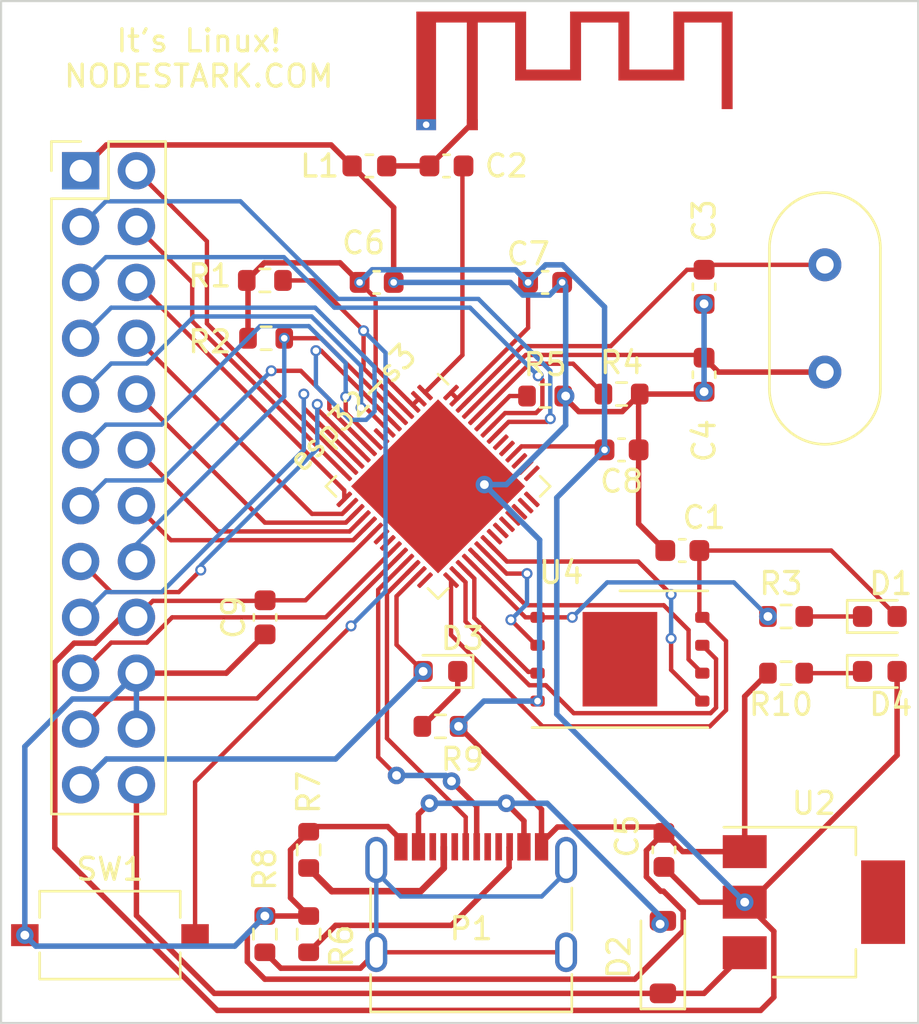
<source format=kicad_pcb>
(kicad_pcb (version 20221018) (generator pcbnew)
  (layers (0 "F.Cu" signal) (31 "B.Cu" signal) (34 "B.Paste" user) (35 "F.Paste" user) (36 "B.SilkS" user "B.Silkscreen") (37 "F.SilkS" user "F.Silkscreen") (38 "B.Mask" user) (39 "F.Mask" user) (44 "Edge.Cuts" user))
  (net 0 "")
  (net 1 "Net-(AE1-A)")
  (net 2 "/vdd_spi")
  (net 3 "GND")
  (net 4 "Net-(U1-LNA_IN{slash}RF)")
  (net 5 "Net-(U1-XTAL_P)")
  (net 6 "Net-(U1-XTAL_N)")
  (net 7 "+3V3")
  (net 8 "/spics0")
  (net 9 "Net-(D1-K)")
  (net 10 "/vin")
  (net 11 "Net-(D2-A)")
  (net 12 "Net-(D3-K)")
  (net 13 "Net-(D4-K)")
  (net 14 "/io8")
  (net 15 "/u0txd")
  (net 16 "/io9")
  (net 18 "/u0rxd")
  (net 19 "/io10")
  (net 20 "/io1")
  (net 21 "/io11")
  (net 22 "/io2")
  (net 23 "/io12")
  (net 24 "/io4")
  (net 25 "/io13")
  (net 26 "/io5")
  (net 27 "/io14")
  (net 28 "/io6")
  (net 29 "/io7")
  (net 32 "/boot")
  (net 33 "/io17")
  (net 34 "/io18")
  (net 35 "/io21")
  (net 36 "Net-(P1-CC)")
  (net 38 "/usb+")
  (net 39 "/usb-")
  (net 40 "Net-(P1-VCONN)")
  (net 41 "Net-(U1-CHIP_PU{slash}RESET)")
  (net 42 "Net-(U1-GPIO46)")
  (net 43 "Net-(U1-GPIO45)")
  (net 54 "/spihd")
  (net 57 "/spiwp")
  (net 58 "/spiclk")
  (net 59 "/spiq")
  (net 60 "/spid")
  (net 61 "Net-(P1-SHIELD)")
  (footprint "Capacitor_SMD:C_0603_1608Metric" (layer "F.Cu") (at 163 55 90)
    (fp_text reference "C4")
    (fp_text value "C")
  )
  (footprint "LED_SMD:LED_0603_1608Metric" (layer "F.Cu") (at 171 68.5)
    (fp_text reference "D4")
    (fp_text value "LED")
  )
  (footprint "Resistor_SMD:R_0603_1608Metric" (layer "F.Cu") (at 159.245 55.88)
    (fp_text reference "R4")
    (fp_text value "R")
  )
  (footprint "Connector_PinHeader_2.54mm:PinHeader_2x12_P2.54mm_Vertical" (layer "F.Cu") (at 134.62 45.72)
    (fp_text reference "J2" hide)
    (fp_text value "Conn_02x12_Odd_Even" hide)
  )
  (footprint "Capacitor_SMD:C_0603_1608Metric" (layer "F.Cu") (at 155.765 50.8 180)
    (fp_text reference "C7")
    (fp_text value "C")
  )
  (footprint "Resistor_SMD:R_0603_1608Metric" (layer "F.Cu") (at 155.765 55.97)
    (fp_text reference "R5")
    (fp_text value "R")
  )
  (footprint "Capacitor_SMD:C_0603_1608Metric" (layer "F.Cu") (at 162.01 63 180)
    (fp_text reference "C1")
    (fp_text value "C")
  )
  (footprint "Capacitor_SMD:C_0603_1608Metric" (layer "F.Cu") (at 163 51 90)
    (fp_text reference "C3")
    (fp_text value "C")
  )
  (footprint "Button_Switch_SMD:SW_Tactile_SPST_NO_Straight_CK_PTS636Sx25SMTRLFS" (layer "F.Cu") (at 135.955 80.5)
    (fp_text reference "SW1")
    (fp_text value "SW_Push" hide)
  )
  (footprint "MountingHole:MountingHole_2.1mm" (layer "F.Cu") (at 168.5 41)
    (fp_text reference "H1" hide)
    (fp_text value "MountingHole" hide)
  )
  (footprint "Inductor_SMD:L_0603_1608Metric" (layer "F.Cu") (at 147.765 45.5 180)
    (fp_text reference "L1")
    (fp_text value "47nH")
  )
  (footprint "Resistor_SMD:R_0603_1608Metric" (layer "F.Cu") (at 143.0075 50.71)
    (fp_text reference "R1")
    (fp_text value "R")
  )
  (footprint "Capacitor_SMD:C_0603_1608Metric" (layer "F.Cu") (at 161.175 76.62 -90)
    (fp_text reference "C5")
    (fp_text value "C")
  )
  (footprint "Capacitor_SMD:C_0603_1608Metric" (layer "F.Cu") (at 143.015 66.04 90)
    (fp_text reference "C9")
    (fp_text value "C")
  )
  (footprint "Resistor_SMD:R_0603_1608Metric" (layer "F.Cu") (at 166.7325 68.58)
    (fp_text reference "R10")
    (fp_text value "R")
  )
  (footprint "Package_SON:WSON-8-1EP_8x6mm_P1.27mm_EP3.4x4.3mm" (layer "F.Cu") (at 159.17 67.945)
    (fp_text reference "U4")
    (fp_text value "W25Q32JVSS")
  )
  (footprint "Resistor_SMD:R_0603_1608Metric" (layer "F.Cu") (at 143.0075 80.455 90)
    (fp_text reference "R8")
    (fp_text value "R")
  )
  (footprint "Package_DFN_QFN:QFN-56-1EP_7x7mm_P0.4mm_EP5.6x5.6mm" (layer "F.Cu") (at 150.89 60.079371 -45)
    (fp_text reference "esp32-s3")
    (fp_text value "ESP32-S3")
  )
  (footprint "RF_Antenna:Texas_SWRA117D_2.4GHz_Right" (layer "F.Cu") (at 152.45 43.625)
    (fp_text reference "AE1" hide)
    (fp_text value "Antenna" hide)
  )
  (footprint "Resistor_SMD:R_0603_1608Metric" (layer "F.Cu") (at 145 76.62 90)
    (fp_text reference "R7")
    (fp_text value "R")
  )
  (footprint "Resistor_SMD:R_0603_1608Metric" (layer "F.Cu") (at 143.065 53.34 180)
    (fp_text reference "R2")
    (fp_text value "R")
  )
  (footprint "Capacitor_SMD:C_0603_1608Metric" (layer "F.Cu") (at 151.275 45.5)
    (fp_text reference "C2")
    (fp_text value "C")
  )
  (footprint "Capacitor_SMD:C_0603_1608Metric" (layer "F.Cu") (at 148.095 50.8 180)
    (fp_text reference "C6")
    (fp_text value "C")
  )
  (footprint "Resistor_SMD:R_0603_1608Metric" (layer "F.Cu") (at 151 71 180)
    (fp_text reference "R9")
    (fp_text value "R")
  )
  (footprint "Connector_USB:USB_C_Receptacle_G-Switch_GT-USB-7010ASV" (layer "F.Cu") (at 152.4 80.205)
    (fp_text reference "P1")
    (fp_text value "USB_C_Plug_USB2.0")
  )
  (footprint "LED_SMD:LED_0603_1608Metric" (layer "F.Cu") (at 171 66)
    (fp_text reference "D1")
    (fp_text value "LED")
  )
  (footprint "Capacitor_SMD:C_0603_1608Metric" (layer "F.Cu") (at 159.245 58.42 180)
    (fp_text reference "C8")
    (fp_text value "C")
  )
  (footprint "Resistor_SMD:R_0603_1608Metric" (layer "F.Cu") (at 166.7325 66)
    (fp_text reference "R3")
    (fp_text value "R")
  )
  (footprint "Crystal:Crystal_HC49-4H_Vertical" (layer "F.Cu") (at 168.5 50 -90)
    (fp_text reference "Y1" hide)
    (fp_text value "Crystal")
  )
  (footprint "LED_SMD:LED_0603_1608Metric" (layer "F.Cu") (at 151 68.5 180)
    (fp_text reference "D3")
    (fp_text value "LED")
  )
  (footprint "Package_TO_SOT_SMD:SOT-223" (layer "F.Cu") (at 168 79)
    (fp_text reference "U2")
    (fp_text value "AMS1117-3.3" hide)
  )
  (footprint "Resistor_SMD:R_0603_1608Metric" (layer "F.Cu") (at 145 80.455 90)
    (fp_text reference "R6")
    (fp_text value "R")
  )
  (footprint "Diode_SMD:D_SOD-123" (layer "F.Cu") (at 161.125 81.5 90)
    (fp_text reference "D2")
    (fp_text value "D")
  )
  (gr_rect (start 131 38) (end 172.75 84.5) (stroke (width 0.1)) (fill none) (layer "Edge.Cuts"))
  (gr_text "It's Linux!\nNODESTARK.COM" (at 140 42) (layer "F.SilkS") (effects (font (size 1 1)) (justify bottom)))
  (segment (start 152.375 43.625) (end 152.45 43.625) (width 0.2) (layer "F.Cu") (net 1))
  (segment (start 148.5525 45.5) (end 150.5 45.5) (width 0.25) (layer "F.Cu") (net 1))
  (segment (start 150.5 45.5) (end 152.375 43.625) (width 0.25) (layer "F.Cu") (net 1))
  (segment (start 162.96 66) (end 162.92 66.04) (width 0.25) (layer "F.Cu") (net 2))
  (segment (start 164 67.12) (end 162.92 66.04) (width 0.2) (layer "F.Cu") (net 2))
  (segment (start 171.7875 66) (end 168.7875 63) (width 0.2) (layer "F.Cu") (net 2))
  (segment (start 164 70.261727) (end 164 67.12) (width 0.2) (layer "F.Cu") (net 2))
  (segment (start 162.785 63) (end 162.785 65.905) (width 0.2) (layer "F.Cu") (net 2))
  (segment (start 168.7875 63) (end 162.785 63) (width 0.2) (layer "F.Cu") (net 2))
  (segment (start 151.482202 66.838243) (end 155.643959 71) (width 0.2) (layer "F.Cu") (net 2))
  (segment (start 151.482202 64.348528) (end 151.482202 66.838243) (width 0.2) (layer "F.Cu") (net 2))
  (segment (start 155.643959 71) (end 163.261727 71) (width 0.2) (layer "F.Cu") (net 2))
  (segment (start 163.261727 71) (end 164 70.261727) (width 0.2) (layer "F.Cu") (net 2))
  (segment (start 162.785 65.905) (end 162.92 66.04) (width 0.2) (layer "F.Cu") (net 2))
  (segment (start 141.25 68.58) (end 143.015 66.815) (width 0.25) (layer "F.Cu") (net 3))
  (segment (start 148.6 75.56) (end 145.235 75.56) (width 0.25) (layer "F.Cu") (net 3))
  (segment (start 145 75.795) (end 144.175 76.62) (width 0.25) (layer "F.Cu") (net 3))
  (segment (start 155.6 76.48) (end 155.6 74.775) (width 0.25) (layer "F.Cu") (net 3))
  (segment (start 148.87 47.3925) (end 148.87 50.8) (width 0.25) (layer "F.Cu") (net 3))
  (segment (start 148.87 50.8) (end 148.8525 50.7825) (width 0.25) (layer "F.Cu") (net 3))
  (segment (start 145 79.63) (end 143.0075 79.63) (width 0.25) (layer "F.Cu") (net 3))
  (segment (start 146.9775 45.5) (end 148.87 47.3925) (width 0.25) (layer "F.Cu") (net 3))
  (segment (start 162.05 80.302817) (end 162.05 79.397183) (width 0.25) (layer "F.Cu") (net 3))
  (segment (start 160.07 55.88) (end 159.27 56.68) (width 0.25) (layer "F.Cu") (net 3))
  (segment (start 143.005 82.505) (end 159.847817 82.505) (width 0.25) (layer "F.Cu") (net 3))
  (segment (start 160.02 55.93) (end 160.07 55.88) (width 0.25) (layer "F.Cu") (net 3))
  (segment (start 144.175 76.62) (end 144.175 78.805) (width 0.25) (layer "F.Cu") (net 3))
  (segment (start 149.2 76.48) (end 149.2 76.16) (width 0.25) (layer "F.Cu") (net 3))
  (segment (start 164.85 69.6375) (end 164.85 76.7) (width 0.25) (layer "F.Cu") (net 3))
  (segment (start 150.89 60.079371) (end 151.519371 60.079371) (width 0.25) (layer "F.Cu") (net 3))
  (segment (start 160.07 55.88) (end 160.175 55.775) (width 0.25) (layer "F.Cu") (net 3))
  (segment (start 146.0225 44.545) (end 135.795 44.545) (width 0.25) (layer "F.Cu") (net 3))
  (segment (start 156.326497 75.58) (end 160.91 75.58) (width 0.25) (layer "F.Cu") (net 3))
  (segment (start 142.2075 81.7075) (end 143.005 82.505) (width 0.25) (layer "F.Cu") (net 3))
  (segment (start 159.27 56.68) (end 157.3 56.68) (width 0.25) (layer "F.Cu") (net 3))
  (segment (start 161.175 75.845) (end 162.03 76.7) (width 0.25) (layer "F.Cu") (net 3))
  (segment (start 162.03 76.7) (end 164.85 76.7) (width 0.25) (layer "F.Cu") (net 3))
  (segment (start 165.9075 68.58) (end 164.85 69.6375) (width 0.25) (layer "F.Cu") (net 3))
  (segment (start 143.0075 79.63) (end 142.2075 80.43) (width 0.25) (layer "F.Cu") (net 3))
  (segment (start 160.02 58.42) (end 160.02 55.93) (width 0.25) (layer "F.Cu") (net 3))
  (segment (start 160.07 55.88) (end 162.895 55.88) (width 0.25) (layer "F.Cu") (net 3))
  (segment (start 162.895 55.88) (end 163 55.775) (width 0.25) (layer "F.Cu") (net 3))
  (segment (start 155.6 74.775) (end 151.825 71) (width 0.25) (layer "F.Cu") (net 3))
  (segment (start 160.02 61.785) (end 160.02 58.42) (width 0.25) (layer "F.Cu") (net 3))
  (segment (start 161.027183 78.5) (end 160.375 77.847817) (width 0.25) (layer "F.Cu") (net 3))
  (segment (start 157.3 56.68) (end 156.59 55.97) (width 0.25) (layer "F.Cu") (net 3))
  (segment (start 137.16 68.58) (end 141.25 68.58) (width 0.25) (layer "F.Cu") (net 3))
  (segment (start 161.235 63) (end 160.02 61.785) (width 0.25) (layer "F.Cu") (net 3))
  (segment (start 146.9775 45.5) (end 146.0225 44.545) (width 0.25) (layer "F.Cu") (net 3))
  (segment (start 160.91 75.58) (end 161.175 75.845) (width 0.25) (layer "F.Cu") (net 3))
  (segment (start 162.05 79.397183) (end 161.152817 78.5) (width 0.25) (layer "F.Cu") (net 3))
  (segment (start 144.175 78.805) (end 145 79.63) (width 0.25) (layer "F.Cu") (net 3))
  (segment (start 160.375 76.645) (end 161.175 75.845) (width 0.25) (layer "F.Cu") (net 3))
  (segment (start 134.62 45.72) (end 135.795 44.545) (width 0.25) (layer "F.Cu") (net 3))
  (segment (start 155.6 76.306497) (end 156.326497 75.58) (width 0.25) (layer "F.Cu") (net 3))
  (segment (start 161.152817 78.5) (end 161.027183 78.5) (width 0.25) (layer "F.Cu") (net 3))
  (segment (start 142.2075 80.43) (end 142.2075 81.7075) (width 0.25) (layer "F.Cu") (net 3))
  (segment (start 149.2 76.16) (end 148.6 75.56) (width 0.25) (layer "F.Cu") (net 3))
  (segment (start 155.6 76.48) (end 155.6 76.306497) (width 0.25) (layer "F.Cu") (net 3))
  (segment (start 145.235 75.56) (end 145 75.795) (width 0.25) (layer "F.Cu") (net 3))
  (segment (start 160.375 77.847817) (end 160.375 76.645) (width 0.25) (layer "F.Cu") (net 3))
  (segment (start 159.847817 82.505) (end 162.05 80.302817) (width 0.25) (layer "F.Cu") (net 3))
  (via (at 153 60) (size 0.8) (drill 0.4) (layers "F.Cu" "B.Cu") (net 3))
  (via (at 163 51.775) (size 0.8) (drill 0.4) (layers "F.Cu" "B.Cu") (net 3))
  (via (at 151.825 71) (size 0.8) (drill 0.4) (layers "F.Cu" "B.Cu") (net 3))
  (via (at 156.54 50.8) (size 0.5) (drill 0.3) (layers "F.Cu" "B.Cu") (net 3))
  (via (at 143.0075 79.63) (size 0.8) (drill 0.4) (layers "F.Cu" "B.Cu") (net 3))
  (via (at 156.6995 55.97) (size 0.8) (drill 0.4) (layers "F.Cu" "B.Cu") (net 3))
  (via (at 163 55.775) (size 0.8) (drill 0.4) (layers "F.Cu" "B.Cu") (net 3))
  (via (at 155.42 69.85) (size 0.5) (drill 0.3) (layers "F.Cu" "B.Cu") (net 3))
  (via (at 148.87 50.8) (size 0.5) (drill 0.3) (layers "F.Cu" "B.Cu") (net 3))
  (via (at 132.08 80.5) (size 0.8) (drill 0.4) (layers "F.Cu" "B.Cu") (net 3))
  (segment (start 154.176827 50.8) (end 154.751827 51.375) (width 0.25) (layer "B.Cu") (net 3))
  (segment (start 134.245 69.755) (end 135.985 69.755) (width 0.25) (layer "B.Cu") (net 3))
  (segment (start 155.965 51.375) (end 156.54 50.8) (width 0.25) (layer "B.Cu") (net 3))
  (segment (start 155.515 69.755) (end 155.42 69.85) (width 0.25) (layer "B.Cu") (net 3))
  (segment (start 132.58 81) (end 141.6375 81) (width 0.25) (layer "B.Cu") (net 3))
  (segment (start 154 60) (end 156.6995 57.3005) (width 0.25) (layer "B.Cu") (net 3))
  (segment (start 141.6375 81) (end 143.0075 79.63) (width 0.25) (layer "B.Cu") (net 3))
  (segment (start 137.16 68.58) (end 137.16 71.12) (width 0.25) (layer "B.Cu") (net 3))
  (segment (start 135.985 69.755) (end 137.16 68.58) (width 0.25) (layer "B.Cu") (net 3))
  (segment (start 132.08 80.5) (end 132.58 81) (width 0.25) (layer "B.Cu") (net 3))
  (segment (start 154.751827 51.375) (end 155.965 51.375) (width 0.25) (layer "B.Cu") (net 3))
  (segment (start 132.08 80.5) (end 132.08 71.92) (width 0.25) (layer "B.Cu") (net 3))
  (segment (start 155.515 62.515) (end 155.515 69.755) (width 0.25) (layer "B.Cu") (net 3))
  (segment (start 153 60) (end 154 60) (width 0.25) (layer "B.Cu") (net 3))
  (segment (start 148.87 50.8) (end 154.176827 50.8) (width 0.25) (layer "B.Cu") (net 3))
  (segment (start 163 51.775) (end 163 55.775) (width 0.25) (layer "B.Cu") (net 3))
  (segment (start 132.08 71.92) (end 134.245 69.755) (width 0.25) (layer "B.Cu") (net 3))
  (segment (start 156.6995 50.9595) (end 156.6995 55.97) (width 0.25) (layer "B.Cu") (net 3))
  (segment (start 152.975 69.85) (end 151.825 71) (width 0.25) (layer "B.Cu") (net 3))
  (segment (start 155.42 69.85) (end 152.975 69.85) (width 0.25) (layer "B.Cu") (net 3))
  (segment (start 156.54 50.8) (end 156.6995 50.9595) (width 0.25) (layer "B.Cu") (net 3))
  (segment (start 156.6995 57.3005) (end 156.6995 55.97) (width 0.25) (layer "B.Cu") (net 3))
  (segment (start 153 60) (end 155.515 62.515) (width 0.25) (layer "B.Cu") (net 3))
  (segment (start 152 54.108012) (end 150.297798 55.810214) (width 0.2) (layer "F.Cu") (net 4))
  (segment (start 152 45.55) (end 152 54.108012) (width 0.2) (layer "F.Cu") (net 4))
  (segment (start 152.05 45.5) (end 152 45.55) (width 0.2) (layer "F.Cu") (net 4))
  (segment (start 154.723788 53.7) (end 158.75 53.7) (width 0.2) (layer "F.Cu") (net 5))
  (segment (start 152.047887 56.375899) (end 154.723788 53.7) (width 0.2) (layer "F.Cu") (net 5))
  (segment (start 162.225 50.225) (end 163 50.225) (width 0.2) (layer "F.Cu") (net 5))
  (segment (start 158.75 53.7) (end 162.225 50.225) (width 0.2) (layer "F.Cu") (net 5))
  (segment (start 163.225 50) (end 168.5 50) (width 0.2) (layer "F.Cu") (net 5))
  (segment (start 163 50.225) (end 163.225 50) (width 0.2) (layer "F.Cu") (net 5))
  (segment (start 154.889473 54.1) (end 162.875 54.1) (width 0.2) (layer "F.Cu") (net 6))
  (segment (start 163 54.225) (end 163.655 54.88) (width 0.25) (layer "F.Cu") (net 6))
  (segment (start 152.33073 56.658742) (end 154.889473 54.1) (width 0.2) (layer "F.Cu") (net 6))
  (segment (start 163.655 54.88) (end 168.5 54.88) (width 0.25) (layer "F.Cu") (net 6))
  (segment (start 162.875 54.1) (end 163 54.225) (width 0.2) (layer "F.Cu") (net 6))
  (segment (start 148.05 54.693786) (end 148.05 51.53) (width 0.2) (layer "F.Cu") (net 7))
  (segment (start 162.78 79) (end 161.175 77.395) (width 0.25) (layer "F.Cu") (net 7))
  (segment (start 154.687147 58.262125) (end 154.310629 58.638641) (width 0.2) (layer "F.Cu") (net 7))
  (segment (start 166.175 83.325) (end 165.575 83.925) (width 0.25) (layer "F.Cu") (net 7))
  (segment (start 143.015 65.265) (end 142.99 65.29) (width 0.2) (layer "F.Cu") (net 7))
  (segment (start 142.24 50.7675) (end 142.1825 50.71) (width 0.25) (layer "F.Cu") (net 7))
  (segment (start 146.43 49.91) (end 147.32 50.8) (width 0.25) (layer "F.Cu") (net 7))
  (segment (start 133.445 76.526396) (end 133.445 68.093299) (width 0.25) (layer "F.Cu") (net 7))
  (segment (start 142.9825 49.91) (end 146.43 49.91) (width 0.25) (layer "F.Cu") (net 7))
  (segment (start 154.94 50.8) (end 154.99 50.8) (width 0.25) (layer "F.Cu") (net 7))
  (segment (start 171.7875 72.3125) (end 165.1 79) (width 0.25) (layer "F.Cu") (net 7))
  (segment (start 166.175 80.325) (end 166.175 83.325) (width 0.25) (layer "F.Cu") (net 7))
  (segment (start 134.323299 67.215) (end 135.285 67.215) (width 0.25) (layer "F.Cu") (net 7))
  (segment (start 142.99 65.29) (end 137.91 65.29) (width 0.2) (layer "F.Cu") (net 7))
  (segment (start 158.47 58.42) (end 158.312125 58.262125) (width 0.2) (layer "F.Cu") (net 7))
  (segment (start 154.99 52.868102) (end 154.99 50.8) (width 0.2) (layer "F.Cu") (net 7))
  (segment (start 135.285 67.215) (end 136.46 66.04) (width 0.25) (layer "F.Cu") (net 7))
  (segment (start 148.05 51.53) (end 147.32 50.8) (width 0.2) (layer "F.Cu") (net 7))
  (segment (start 149.732113 56.375899) (end 150.014955 56.093057) (width 0.2) (layer "F.Cu") (net 7))
  (segment (start 151.482202 55.810214) (end 151.765045 56.093057) (width 0.2) (layer "F.Cu") (net 7))
  (segment (start 142.1825 50.71) (end 142.9825 49.91) (width 0.25) (layer "F.Cu") (net 7))
  (segment (start 142.965 65.315) (end 143.015 65.265) (width 0.25) (layer "F.Cu") (net 7))
  (segment (start 137.91 65.29) (end 137.16 66.04) (width 0.2) (layer "F.Cu") (net 7))
  (segment (start 171.7875 68.5) (end 171.7875 72.3125) (width 0.25) (layer "F.Cu") (net 7))
  (segment (start 165.1 79) (end 164.85 79) (width 0.25) (layer "F.Cu") (net 7))
  (segment (start 158.312125 58.262125) (end 154.687147 58.262125) (width 0.2) (layer "F.Cu") (net 7))
  (segment (start 164.85 79) (end 166.175 80.325) (width 0.25) (layer "F.Cu") (net 7))
  (segment (start 137.56 65.64) (end 137.16 66.04) (width 0.25) (layer "F.Cu") (net 7))
  (segment (start 165.575 83.925) (end 140.843604 83.925) (width 0.25) (layer "F.Cu") (net 7))
  (segment (start 148.035056 62.085786) (end 144.85584 65.265) (width 0.2) (layer "F.Cu") (net 7))
  (segment (start 151.765045 56.093057) (end 154.99 52.868102) (width 0.2) (layer "F.Cu") (net 7))
  (segment (start 164.85 79) (end 162.78 79) (width 0.25) (layer "F.Cu") (net 7))
  (segment (start 133.445 68.093299) (end 134.323299 67.215) (width 0.25) (layer "F.Cu") (net 7))
  (segment (start 140.843604 83.925) (end 133.445 76.526396) (width 0.25) (layer "F.Cu") (net 7))
  (segment (start 149.732113 56.375899) (end 148.05 54.693786) (width 0.2) (layer "F.Cu") (net 7))
  (segment (start 136.46 66.04) (end 137.16 66.04) (width 0.25) (layer "F.Cu") (net 7))
  (segment (start 144.85584 65.265) (end 143.015 65.265) (width 0.2) (layer "F.Cu") (net 7))
  (segment (start 142.24 53.34) (end 142.24 50.7675) (width 0.25) (layer "F.Cu") (net 7))
  (via (at 147.32 50.8) (size 0.5) (drill 0.3) (layers "F.Cu" "B.Cu") (net 7))
  (via (at 158.47 58.42) (size 0.5) (drill 0.3) (layers "F.Cu" "B.Cu") (net 7))
  (via (at 154.99 50.8) (size 0.5) (drill 0.3) (layers "F.Cu" "B.Cu") (net 7))
  (via (at 164.85 79) (size 0.8) (drill 0.4) (layers "F.Cu" "B.Cu") (net 7))
  (segment (start 155.79 50) (end 154.99 50.8) (width 0.25) (layer "B.Cu") (net 7))
  (segment (start 156.294998 60.595002) (end 156.294998 70.444998) (width 0.25) (layer "B.Cu") (net 7))
  (segment (start 158.47 58.42) (end 156.294998 60.595002) (width 0.25) (layer "B.Cu") (net 7))
  (segment (start 147.895 50.225) (end 154.415 50.225) (width 0.25) (layer "B.Cu") (net 7))
  (segment (start 158.47 51.916827) (end 156.553173 50) (width 0.25) (layer "B.Cu") (net 7))
  (segment (start 147.32 50.8) (end 147.895 50.225) (width 0.25) (layer "B.Cu") (net 7))
  (segment (start 156.294998 70.444998) (end 164.85 79) (width 0.25) (layer "B.Cu") (net 7))
  (segment (start 158.47 58.42) (end 158.47 51.916827) (width 0.25) (layer "B.Cu") (net 7))
  (segment (start 156.553173 50) (end 155.79 50) (width 0.25) (layer "B.Cu") (net 7))
  (segment (start 154.415 50.225) (end 154.99 50.8) (width 0.25) (layer "B.Cu") (net 7))
  (segment (start 155.42 66.04) (end 154.870732 66.04) (width 0.2) (layer "F.Cu") (net 8))
  (segment (start 156.9995 66.04) (end 155.42 66.04) (width 0.2) (layer "F.Cu") (net 8))
  (segment (start 154.870732 66.04) (end 152.33073 63.5) (width 0.2) (layer "F.Cu") (net 8))
  (segment (start 157 66.0395) (end 156.9995 66.04) (width 0.2) (layer "F.Cu") (net 8))
  (via (at 157 66.0395) (size 0.5) (drill 0.3) (layers "F.Cu" "B.Cu") (net 8))
  (via (at 165.9075 66) (size 0.8) (drill 0.4) (layers "F.Cu" "B.Cu") (net 8))
  (segment (start 164.3575 64.45) (end 165.9075 66) (width 0.2) (layer "B.Cu") (net 8))
  (segment (start 158.5895 64.45) (end 164.3575 64.45) (width 0.2) (layer "B.Cu") (net 8))
  (segment (start 157 66.0395) (end 158.5895 64.45) (width 0.2) (layer "B.Cu") (net 8))
  (segment (start 167.5575 66) (end 170.2125 66) (width 0.2) (layer "F.Cu") (net 9))
  (segment (start 163 83.15) (end 161.125 83.15) (width 0.25) (layer "F.Cu") (net 10))
  (segment (start 161.125 83.15) (end 140.705 83.15) (width 0.25) (layer "F.Cu") (net 10))
  (segment (start 137.16 79.605) (end 137.16 73.66) (width 0.25) (layer "F.Cu") (net 10))
  (segment (start 140.705 83.15) (end 137.16 79.605) (width 0.25) (layer "F.Cu") (net 10))
  (segment (start 164.85 81.3) (end 163 83.15) (width 0.25) (layer "F.Cu") (net 10))
  (segment (start 150 75) (end 150.5 74.5) (width 0.25) (layer "F.Cu") (net 11))
  (segment (start 154.8 76.48) (end 154.8 75.3) (width 0.25) (layer "F.Cu") (net 11))
  (segment (start 154.8 75.3) (end 154 74.5) (width 0.25) (layer "F.Cu") (net 11))
  (segment (start 150 76.48) (end 150 75) (width 0.25) (layer "F.Cu") (net 11))
  (segment (start 161.125 79.875) (end 161 80) (width 0.25) (layer "F.Cu") (net 11))
  (segment (start 161.125 79.85) (end 161.125 79.875) (width 0.25) (layer "F.Cu") (net 11))
  (via (at 161 80) (size 0.8) (drill 0.4) (layers "F.Cu" "B.Cu") (net 11))
  (via (at 154 74.5) (size 0.8) (drill 0.4) (layers "F.Cu" "B.Cu") (net 11))
  (via (at 150.5 74.5) (size 0.8) (drill 0.4) (layers "F.Cu" "B.Cu") (net 11))
  (segment (start 155.856726 74.5) (end 154 74.5) (width 0.25) (layer "B.Cu") (net 11))
  (segment (start 161 79.643274) (end 155.856726 74.5) (width 0.25) (layer "B.Cu") (net 11))
  (segment (start 150.5 74.5) (end 154 74.5) (width 0.25) (layer "B.Cu") (net 11))
  (segment (start 161 80) (end 161 79.643274) (width 0.25) (layer "B.Cu") (net 11))
  (segment (start 151.7875 68.5) (end 151.7875 69.3875) (width 0.25) (layer "F.Cu") (net 12))
  (segment (start 151.7875 69.3875) (end 150.175 71) (width 0.25) (layer "F.Cu") (net 12))
  (segment (start 167.5575 68.58) (end 170.1325 68.58) (width 0.2) (layer "F.Cu") (net 13))
  (segment (start 170.1325 68.58) (end 170.2125 68.5) (width 0.2) (layer "F.Cu") (net 13))
  (segment (start 140.36968 48.92968) (end 137.16 45.72) (width 0.2) (layer "F.Cu") (net 14))
  (segment (start 140.36968 52.67032) (end 140.36968 48.92968) (width 0.2) (layer "F.Cu") (net 14))
  (segment (start 146.903686 59.204326) (end 140.36968 52.67032) (width 0.2) (layer "F.Cu") (net 14))
  (segment (start 155.855 57.145) (end 154.107214 57.145) (width 0.2) (layer "F.Cu") (net 15))
  (segment (start 154.107214 57.145) (end 153.462101 57.790113) (width 0.2) (layer "F.Cu") (net 15))
  (segment (start 156 57) (end 155.855 57.145) (width 0.2) (layer "F.Cu") (net 15))
  (via (at 156 57) (size 0.5) (drill 0.3) (layers "F.Cu" "B.Cu") (net 15))
  (segment (start 156 54.824294) (end 156 57) (width 0.2) (layer "B.Cu") (net 15))
  (segment (start 141.897868 47.11) (end 146.337868 51.55) (width 0.2) (layer "B.Cu") (net 15))
  (segment (start 152.725706 51.55) (end 156 54.824294) (width 0.2) (layer "B.Cu") (net 15))
  (segment (start 135.77 47.11) (end 141.897868 47.11) (width 0.2) (layer "B.Cu") (net 15))
  (segment (start 134.62 48.26) (end 135.77 47.11) (width 0.2) (layer "B.Cu") (net 15))
  (segment (start 146.337868 51.55) (end 152.725706 51.55) (width 0.2) (layer "B.Cu") (net 15))
  (segment (start 146.620843 59.487169) (end 139.7 52.566326) (width 0.2) (layer "F.Cu") (net 16))
  (segment (start 139.7 52.566326) (end 139.7 50.8) (width 0.2) (layer "F.Cu") (net 16))
  (segment (start 139.7 50.8) (end 137.16 48.26) (width 0.2) (layer "F.Cu") (net 16))
  (segment (start 155.64 56.452107) (end 155.347107 56.745) (width 0.2) (layer "F.Cu") (net 18))
  (segment (start 155.64 55.242112) (end 155.64 56.452107) (width 0.2) (layer "F.Cu") (net 18))
  (segment (start 155.448944 55.051056) (end 155.64 55.242112) (width 0.2) (layer "F.Cu") (net 18))
  (segment (start 155.347107 56.745) (end 153.941528 56.745) (width 0.2) (layer "F.Cu") (net 18))
  (segment (start 153.941528 56.745) (end 153.179258 57.50727) (width 0.2) (layer "F.Cu") (net 18))
  (via (at 155.448944 55.051056) (size 0.5) (drill 0.3) (layers "F.Cu" "B.Cu") (net 18))
  (segment (start 143.872182 49.65) (end 146.172182 51.95) (width 0.2) (layer "B.Cu") (net 18))
  (segment (start 134.62 50.8) (end 135.77 49.65) (width 0.2) (layer "B.Cu") (net 18))
  (segment (start 152.347888 51.95) (end 155.448944 55.051056) (width 0.2) (layer "B.Cu") (net 18))
  (segment (start 146.172182 51.95) (end 152.347888 51.95) (width 0.2) (layer "B.Cu") (net 18))
  (segment (start 135.77 49.65) (end 143.872182 49.65) (width 0.2) (layer "B.Cu") (net 18))
  (segment (start 146.620843 60.260843) (end 137.16 50.8) (width 0.2) (layer "F.Cu") (net 19))
  (segment (start 146.620843 60.671573) (end 146.620843 60.260843) (width 0.2) (layer "F.Cu") (net 19))
  (segment (start 148.883585 57.224427) (end 145.564691 53.905535) (width 0.2) (layer "F.Cu") (net 20))
  (segment (start 145.564691 53.905535) (end 145.3295 53.905535) (width 0.2) (layer "F.Cu") (net 20))
  (via (at 145.3295 53.905535) (size 0.5) (drill 0.3) (layers "F.Cu" "B.Cu") (net 20))
  (segment (start 148 54.650811) (end 148 56.667382) (width 0.2) (layer "B.Cu") (net 20))
  (segment (start 146.873733 57.053759) (end 145.3295 55.509526) (width 0.2) (layer "B.Cu") (net 20))
  (segment (start 136.01 51.95) (end 145.299189 51.95) (width 0.2) (layer "B.Cu") (net 20))
  (segment (start 148 56.667382) (end 147.613623 57.053759) (width 0.2) (layer "B.Cu") (net 20))
  (segment (start 145.3295 55.509526) (end 145.3295 53.905535) (width 0.2) (layer "B.Cu") (net 20))
  (segment (start 145.299189 51.95) (end 148 54.650811) (width 0.2) (layer "B.Cu") (net 20))
  (segment (start 134.62 53.34) (end 136.01 51.95) (width 0.2) (layer "B.Cu") (net 20))
  (segment (start 147.613623 57.053759) (end 146.873733 57.053759) (width 0.2) (layer "B.Cu") (net 20))
  (segment (start 146.527168 61.330932) (end 145.150932 61.330932) (width 0.2) (layer "F.Cu") (net 21))
  (segment (start 145.150932 61.330932) (end 137.16 53.34) (width 0.2) (layer "F.Cu") (net 21))
  (segment (start 146.903686 60.954416) (end 146.527168 61.330932) (width 0.2) (layer "F.Cu") (net 21))
  (segment (start 147.597231 56.503759) (end 147.385805 56.503759) (width 0.2) (layer "F.Cu") (net 22))
  (segment (start 148.600742 57.50727) (end 147.597231 56.503759) (width 0.2) (layer "F.Cu") (net 22))
  (via (at 147.385805 56.503759) (size 0.5) (drill 0.3) (layers "F.Cu" "B.Cu") (net 22))
  (segment (start 139.776346 52.35) (end 137.636346 54.49) (width 0.2) (layer "B.Cu") (net 22))
  (segment (start 137.636346 54.49) (end 136.01 54.49) (width 0.2) (layer "B.Cu") (net 22))
  (segment (start 147.385805 56.503759) (end 147.385805 54.602302) (width 0.2) (layer "B.Cu") (net 22))
  (segment (start 145.133503 52.35) (end 139.776346 52.35) (width 0.2) (layer "B.Cu") (net 22))
  (segment (start 136.01 54.49) (end 134.62 55.88) (width 0.2) (layer "B.Cu") (net 22))
  (segment (start 147.385805 54.602302) (end 145.133503 52.35) (width 0.2) (layer "B.Cu") (net 22))
  (segment (start 143.010932 61.730932) (end 137.16 55.88) (width 0.2) (layer "F.Cu") (net 23))
  (segment (start 146.692853 61.730932) (end 143.010932 61.730932) (width 0.2) (layer "F.Cu") (net 23))
  (segment (start 147.186528 61.237258) (end 146.692853 61.730932) (width 0.2) (layer "F.Cu") (net 23))
  (segment (start 146.686765 56) (end 146.686765 56.724665) (width 0.2) (layer "F.Cu") (net 24))
  (segment (start 146.686765 56.724665) (end 148.035056 58.072956) (width 0.2) (layer "F.Cu") (net 24))
  (via (at 146.686765 56) (size 0.5) (drill 0.3) (layers "F.Cu" "B.Cu") (net 24))
  (segment (start 146.686765 56) (end 146.686765 54.468947) (width 0.2) (layer "B.Cu") (net 24))
  (segment (start 135.77 57.27) (end 134.62 58.42) (width 0.2) (layer "B.Cu") (net 24))
  (segment (start 146.686765 54.468947) (end 145.007818 52.79) (width 0.2) (layer "B.Cu") (net 24))
  (segment (start 145.007818 52.79) (end 142.79 52.79) (width 0.2) (layer "B.Cu") (net 24))
  (segment (start 138.31 57.27) (end 135.77 57.27) (width 0.2) (layer "B.Cu") (net 24))
  (segment (start 142.79 52.79) (end 138.31 57.27) (width 0.2) (layer "B.Cu") (net 24))
  (segment (start 140.870932 62.130932) (end 137.16 58.42) (width 0.2) (layer "F.Cu") (net 25))
  (segment (start 147.469371 61.520101) (end 147.469371 61.520099) (width 0.2) (layer "F.Cu") (net 25))
  (segment (start 146.858538 62.130932) (end 140.870932 62.130932) (width 0.2) (layer "F.Cu") (net 25))
  (segment (start 147.469371 61.520101) (end 146.858538 62.130932) (width 0.2) (layer "F.Cu") (net 25))
  (segment (start 147.752214 58.355798) (end 145.942003 56.545587) (width 0.2) (layer "F.Cu") (net 26))
  (segment (start 145.942003 56.545587) (end 145.942003 56.122029) (width 0.2) (layer "F.Cu") (net 26))
  (segment (start 145.942003 56.122029) (end 144.641738 54.821764) (width 0.2) (layer "F.Cu") (net 26))
  (segment (start 144.641738 54.821764) (end 143.298236 54.821764) (width 0.2) (layer "F.Cu") (net 26))
  (via (at 143.298236 54.821764) (size 0.5) (drill 0.3) (layers "F.Cu" "B.Cu") (net 26))
  (segment (start 135.77 59.81) (end 134.62 60.96) (width 0.2) (layer "B.Cu") (net 26))
  (segment (start 143.298236 54.821764) (end 138.31 59.81) (width 0.2) (layer "B.Cu") (net 26))
  (segment (start 138.31 59.81) (end 135.77 59.81) (width 0.2) (layer "B.Cu") (net 26))
  (segment (start 147.752214 61.802944) (end 147.024223 62.530932) (width 0.2) (layer "F.Cu") (net 27))
  (segment (start 147.024223 62.530932) (end 138.730932 62.530932) (width 0.2) (layer "F.Cu") (net 27))
  (segment (start 138.730932 62.530932) (end 137.16 60.96) (width 0.2) (layer "F.Cu") (net 27))
  (segment (start 139.087111 64.89) (end 136.01 64.89) (width 0.2) (layer "F.Cu") (net 28))
  (segment (start 136.01 64.89) (end 134.62 63.5) (width 0.2) (layer "F.Cu") (net 28))
  (segment (start 147.469371 58.638641) (end 145.392003 56.561273) (width 0.2) (layer "F.Cu") (net 28))
  (segment (start 145.392003 56.561273) (end 145.392003 56.349847) (width 0.2) (layer "F.Cu") (net 28))
  (segment (start 140.088556 63.888555) (end 139.087111 64.89) (width 0.2) (layer "F.Cu") (net 28))
  (via (at 145.392003 56.349847) (size 0.5) (drill 0.3) (layers "F.Cu" "B.Cu") (net 28))
  (via (at 140.088556 63.888555) (size 0.5) (drill 0.3) (layers "F.Cu" "B.Cu") (net 28))
  (segment (start 145.392003 58.373682) (end 145.062842 58.702843) (width 0.2) (layer "B.Cu") (net 28))
  (segment (start 140.088556 63.677129) (end 140.088556 63.888555) (width 0.2) (layer "B.Cu") (net 28))
  (segment (start 145.062842 58.702843) (end 140.088556 63.677129) (width 0.2) (layer "B.Cu") (net 28))
  (segment (start 145.392003 56.349847) (end 145.392003 58.373682) (width 0.2) (layer "B.Cu") (net 28))
  (segment (start 144.78 56.514955) (end 144.78 55.88) (width 0.2) (layer "F.Cu") (net 29))
  (segment (start 147.186528 58.921484) (end 144.78 56.514955) (width 0.2) (layer "F.Cu") (net 29))
  (via (at 144.78 55.88) (size 0.5) (drill 0.3) (layers "F.Cu" "B.Cu") (net 29))
  (segment (start 144.78 58.42) (end 138.31 64.89) (width 0.2) (layer "B.Cu") (net 29))
  (segment (start 138.31 64.89) (end 135.77 64.89) (width 0.2) (layer "B.Cu") (net 29))
  (segment (start 144.78 55.88) (end 144.78 58.42) (width 0.2) (layer "B.Cu") (net 29))
  (segment (start 135.77 64.89) (end 134.62 66.04) (width 0.2) (layer "B.Cu") (net 29))
  (segment (start 145.564842 53.34) (end 149.166427 56.941585) (width 0.2) (layer "F.Cu") (net 32))
  (segment (start 143.89 53.34) (end 145.564842 53.34) (width 0.2) (layer "F.Cu") (net 32))
  (via (at 143.89 53.34) (size 0.5) (drill 0.3) (layers "F.Cu" "B.Cu") (net 32))
  (segment (start 143.89 55.992182) (end 137.16 62.722182) (width 0.2) (layer "B.Cu") (net 32))
  (segment (start 137.16 62.722182) (end 137.16 63.5) (width 0.2) (layer "B.Cu") (net 32))
  (segment (start 143.89 53.34) (end 143.89 55.992182) (width 0.2) (layer "B.Cu") (net 32))
  (segment (start 136.01 67.19) (end 134.62 68.58) (width 0.2) (layer "F.Cu") (net 33))
  (segment (start 138.786346 66.04) (end 145.7779 66.04) (width 0.2) (layer "F.Cu") (net 33))
  (segment (start 136.01 67.19) (end 137.636346 67.19) (width 0.2) (layer "F.Cu") (net 33))
  (segment (start 137.636346 67.19) (end 138.786346 66.04) (width 0.2) (layer "F.Cu") (net 33))
  (segment (start 145.7779 66.04) (end 148.883585 62.934315) (width 0.2) (layer "F.Cu") (net 33))
  (segment (start 142.653584 69.73) (end 136.01 69.73) (width 0.2) (layer "F.Cu") (net 34))
  (segment (start 149.166427 63.217157) (end 142.653584 69.73) (width 0.2) (layer "F.Cu") (net 34))
  (segment (start 136.01 69.73) (end 134.62 71.12) (width 0.2) (layer "F.Cu") (net 34))
  (segment (start 150.014955 64.065685) (end 149 65.08064) (width 0.2) (layer "F.Cu") (net 35))
  (segment (start 149 65.08064) (end 149 67.2875) (width 0.2) (layer "F.Cu") (net 35))
  (segment (start 149 67.2875) (end 150.2125 68.5) (width 0.2) (layer "F.Cu") (net 35))
  (via (at 150.2125 68.5) (size 0.8) (drill 0.4) (layers "F.Cu" "B.Cu") (net 35))
  (segment (start 134.62 73.66) (end 135.795 72.485) (width 0.25) (layer "B.Cu") (net 35))
  (segment (start 146.2275 72.485) (end 150.2125 68.5) (width 0.25) (layer "B.Cu") (net 35))
  (segment (start 135.795 72.485) (end 146.2275 72.485) (width 0.25) (layer "B.Cu") (net 35))
  (segment (start 151.15 77.45) (end 151.15 76.48) (width 0.3) (layer "F.Cu") (net 36))
  (segment (start 146.055 78.5) (end 150.1 78.5) (width 0.3) (layer "F.Cu") (net 36))
  (segment (start 150.1 78.5) (end 151.15 77.45) (width 0.3) (layer "F.Cu") (net 36))
  (segment (start 145 77.445) (end 146.055 78.5) (width 0.3) (layer "F.Cu") (net 36))
  (segment (start 152.15 75.130706) (end 152.15 76.48) (width 0.2) (layer "F.Cu") (net 38))
  (segment (start 149.732113 63.782843) (end 148.565378 64.949579) (width 0.2) (layer "F.Cu") (net 38))
  (segment (start 148.565378 71.546084) (end 152.15 75.130706) (width 0.2) (layer "F.Cu") (net 38))
  (segment (start 148.565378 64.949579) (end 148.565378 71.546084) (width 0.2) (layer "F.Cu") (net 38))
  (segment (start 149.732113 63.782843) (end 149.937477 63.577477) (width 0.2) (layer "F.Cu") (net 38))
  (segment (start 149 73.234622) (end 148.165378 72.4) (width 0.2) (layer "F.Cu") (net 39))
  (segment (start 152.65 74.640756) (end 152.65 76.48) (width 0.25) (layer "F.Cu") (net 39))
  (segment (start 148.165378 64.783894) (end 149.44927 63.5) (width 0.2) (layer "F.Cu") (net 39))
  (segment (start 151.504622 73.495378) (end 152.65 74.640756) (width 0.25) (layer "F.Cu") (net 39))
  (segment (start 148.165378 72.4) (end 148.165378 64.783894) (width 0.2) (layer "F.Cu") (net 39))
  (via (at 151.504622 73.495378) (size 0.8) (drill 0.4) (layers "F.Cu" "B.Cu") (net 39))
  (via (at 149 73.234622) (size 0.8) (drill 0.4) (layers "F.Cu" "B.Cu") (net 39))
  (segment (start 151.243866 73.234622) (end 151.504622 73.495378) (width 0.25) (layer "B.Cu") (net 39))
  (segment (start 149 73.234622) (end 151.243866 73.234622) (width 0.25) (layer "B.Cu") (net 39))
  (segment (start 154.125 76.505) (end 154.15 76.48) (width 0.25) (layer "F.Cu") (net 40))
  (segment (start 154.125 77.425) (end 154.125 76.505) (width 0.25) (layer "F.Cu") (net 40))
  (segment (start 151.495 80.055) (end 154.125 77.425) (width 0.25) (layer "F.Cu") (net 40))
  (segment (start 146.225 80.055) (end 151.495 80.055) (width 0.25) (layer "F.Cu") (net 40))
  (segment (start 145 81.28) (end 146.225 80.055) (width 0.25) (layer "F.Cu") (net 40))
  (segment (start 147.5 54.709472) (end 149.44927 56.658742) (width 0.2) (layer "F.Cu") (net 41))
  (segment (start 143.8325 50.71) (end 145.21 50.71) (width 0.2) (layer "F.Cu") (net 41))
  (segment (start 146.93 66.43) (end 139.83 73.53) (width 0.2) (layer "F.Cu") (net 41))
  (segment (start 147.5 53) (end 147.5 54.709472) (width 0.2) (layer "F.Cu") (net 41))
  (segment (start 139.83 73.53) (end 139.83 80.5) (width 0.2) (layer "F.Cu") (net 41))
  (segment (start 145.21 50.71) (end 147.5 53) (width 0.2) (layer "F.Cu") (net 41))
  (via (at 147.5 53) (size 0.5) (drill 0.3) (layers "F.Cu" "B.Cu") (net 41))
  (via (at 146.93 66.43) (size 0.5) (drill 0.3) (layers "F.Cu" "B.Cu") (net 41))
  (segment (start 148.5 64.86) (end 146.93 66.43) (width 0.2) (layer "B.Cu") (net 41))
  (segment (start 147.5 53) (end 148.5 54) (width 0.2) (layer "B.Cu") (net 41))
  (segment (start 148.5 54) (end 148.5 64.86) (width 0.2) (layer "B.Cu") (net 41))
  (segment (start 157.04 54.5) (end 155.055158 54.5) (width 0.2) (layer "F.Cu") (net 42))
  (segment (start 155.055158 54.5) (end 152.613573 56.941585) (width 0.2) (layer "F.Cu") (net 42))
  (segment (start 158.42 55.88) (end 157.04 54.5) (width 0.2) (layer "F.Cu") (net 42))
  (segment (start 154.94 55.97) (end 154.150842 55.97) (width 0.2) (layer "F.Cu") (net 43))
  (segment (start 154.150842 55.97) (end 152.896415 57.224427) (width 0.2) (layer "F.Cu") (net 43))
  (segment (start 163.296041 70.4) (end 157.066041 70.4) (width 0.2) (layer "F.Cu") (net 54))
  (segment (start 152.141561 64.442203) (end 151.765045 64.065685) (width 0.2) (layer "F.Cu") (net 54))
  (segment (start 162.92 67.31) (end 163.545 67.935) (width 0.2) (layer "F.Cu") (net 54))
  (segment (start 155.796041 69.13) (end 155.043959 69.13) (width 0.2) (layer "F.Cu") (net 54))
  (segment (start 151.765045 64.065685) (end 152.024404 64.325045) (width 0.2) (layer "F.Cu") (net 54))
  (segment (start 163.545 67.935) (end 163.545 70.151041) (width 0.2) (layer "F.Cu") (net 54))
  (segment (start 152.141561 66.227602) (end 152.141561 64.442203) (width 0.2) (layer "F.Cu") (net 54))
  (segment (start 155.043959 69.13) (end 152.141561 66.227602) (width 0.2) (layer "F.Cu") (net 54))
  (segment (start 157.066041 70.4) (end 155.796041 69.13) (width 0.2) (layer "F.Cu") (net 54))
  (segment (start 163.545 70.151041) (end 163.296041 70.4) (width 0.2) (layer "F.Cu") (net 54))
  (segment (start 152.541561 66.061916) (end 154.999823 68.520178) (width 0.2) (layer "F.Cu") (net 57))
  (segment (start 152.047887 63.782843) (end 152.541561 64.276518) (width 0.2) (layer "F.Cu") (net 57))
  (segment (start 154.999823 68.520178) (end 155.360178 68.520178) (width 0.2) (layer "F.Cu") (net 57))
  (segment (start 155.360178 68.520178) (end 155.42 68.58) (width 0.2) (layer "F.Cu") (net 57))
  (segment (start 152.541561 64.276518) (end 152.541561 66.061916) (width 0.2) (layer "F.Cu") (net 57))
  (segment (start 162.295 66.62) (end 161.165 65.49) (width 0.2) (layer "F.Cu") (net 58))
  (segment (start 152.613573 63.217157) (end 152.613573 63.217159) (width 0.2) (layer "F.Cu") (net 58))
  (segment (start 154.886416 65.49) (end 152.613573 63.217157) (width 0.2) (layer "F.Cu") (net 58))
  (segment (start 161.165 65.49) (end 154.886416 65.49) (width 0.2) (layer "F.Cu") (net 58))
  (segment (start 162.92 68.58) (end 162.295 67.955) (width 0.2) (layer "F.Cu") (net 58))
  (segment (start 162.295 67.955) (end 162.295 66.62) (width 0.2) (layer "F.Cu") (net 58))
  (segment (start 152.613573 63.217159) (end 152.648207 63.251793) (width 0.2) (layer "F.Cu") (net 58))
  (segment (start 155.36362 67.31) (end 154.207426 66.153806) (width 0.2) (layer "F.Cu") (net 59))
  (segment (start 152.896415 62.934315) (end 154.0116 64.0495) (width 0.2) (layer "F.Cu") (net 59))
  (segment (start 155.42 67.31) (end 155.36362 67.31) (width 0.2) (layer "F.Cu") (net 59))
  (segment (start 154.0116 64.0495) (end 154.94 64.0495) (width 0.2) (layer "F.Cu") (net 59))
  (via (at 154.94 64.0495) (size 0.5) (drill 0.3) (layers "F.Cu" "B.Cu") (net 59))
  (via (at 154.207426 66.153806) (size 0.5) (drill 0.3) (layers "F.Cu" "B.Cu") (net 59))
  (segment (start 154.94 65.421232) (end 154.207426 66.153806) (width 0.2) (layer "B.Cu") (net 59))
  (segment (start 154.94 64.0495) (end 154.94 65.421232) (width 0.2) (layer "B.Cu") (net 59))
  (segment (start 160 63.5) (end 154.027788 63.5) (width 0.2) (layer "F.Cu") (net 60))
  (segment (start 161.5 65) (end 160 63.5) (width 0.2) (layer "F.Cu") (net 60))
  (segment (start 161.5 68.43) (end 162.92 69.85) (width 0.2) (layer "F.Cu") (net 60))
  (segment (start 154.027788 63.5) (end 153.179258 62.651472) (width 0.2) (layer "F.Cu") (net 60))
  (segment (start 161.5 67) (end 161.5 68.43) (width 0.2) (layer "F.Cu") (net 60))
  (via (at 161.5 65) (size 0.5) (drill 0.3) (layers "F.Cu" "B.Cu") (net 60))
  (via (at 161.5 67) (size 0.5) (drill 0.3) (layers "F.Cu" "B.Cu") (net 60))
  (segment (start 161.5 67) (end 161.5 65) (width 0.2) (layer "B.Cu") (net 60))
  (segment (start 147.355 82.005) (end 148.08 81.28) (width 0.25) (layer "F.Cu") (net 61))
  (segment (start 143.0075 81.28) (end 143.7325 82.005) (width 0.25) (layer "F.Cu") (net 61))
  (segment (start 156.72 81.28) (end 148.08 81.28) (width 0.2) (layer "F.Cu") (net 61))
  (segment (start 143.7325 82.005) (end 147.355 82.005) (width 0.25) (layer "F.Cu") (net 61))
  (segment (start 155.61 78.74) (end 156.72 77.63) (width 0.2) (layer "B.Cu") (net 61))
  (segment (start 148.08 77.08) (end 148.08 77.63) (width 0.2) (layer "B.Cu") (net 61))
  (segment (start 149.19 78.74) (end 155.61 78.74) (width 0.2) (layer "B.Cu") (net 61))
  (segment (start 148.08 77.63) (end 149.19 78.74) (width 0.2) (layer "B.Cu") (net 61))
  (segment (start 148.08 81.28) (end 148.08 77.08) (width 0.2) (layer "B.Cu") (net 61))
  (segment (start 156.72 77.63) (end 156.72 77.08) (width 0.2) (layer "B.Cu") (net 61))
)
</source>
